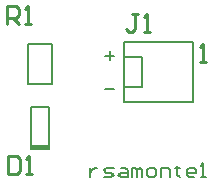
<source format=gto>
G04*
G04 #@! TF.GenerationSoftware,Altium Limited,Altium Designer,21.7.2 (23)*
G04*
G04 Layer_Color=65535*
%FSLAX25Y25*%
%MOIN*%
G70*
G04*
G04 #@! TF.SameCoordinates,30376CAB-91CD-47D3-876A-24FA50545A46*
G04*
G04*
G04 #@! TF.FilePolarity,Positive*
G04*
G01*
G75*
%ADD10C,0.00787*%
%ADD11C,0.01000*%
%ADD12R,0.06000X0.01500*%
D10*
X14717Y16811D02*
X20717D01*
Y30811D01*
X14717D02*
X20717D01*
X14717Y16811D02*
Y30811D01*
X68587Y32402D02*
Y52402D01*
X45587Y32402D02*
X68587D01*
X45587D02*
Y52402D01*
X68587D01*
X45587Y47402D02*
X51587D01*
Y37402D02*
Y47402D01*
X45587Y37402D02*
X51587D01*
X21618Y38579D02*
Y51772D01*
X13716D02*
X21618D01*
X13716Y38579D02*
X21618D01*
X13716D02*
Y51772D01*
X34287Y10436D02*
Y7287D01*
Y8862D01*
X35074Y9649D01*
X35862Y10436D01*
X36649D01*
X39010Y7287D02*
X41372D01*
X42159Y8075D01*
X41372Y8862D01*
X39797D01*
X39010Y9649D01*
X39797Y10436D01*
X42159D01*
X44520D02*
X46095D01*
X46882Y9649D01*
Y7287D01*
X44520D01*
X43733Y8075D01*
X44520Y8862D01*
X46882D01*
X48456Y7287D02*
Y10436D01*
X49243D01*
X50030Y9649D01*
Y7287D01*
Y9649D01*
X50818Y10436D01*
X51605Y9649D01*
Y7287D01*
X53966D02*
X55540D01*
X56327Y8075D01*
Y9649D01*
X55540Y10436D01*
X53966D01*
X53179Y9649D01*
Y8075D01*
X53966Y7287D01*
X57902D02*
Y10436D01*
X60263D01*
X61050Y9649D01*
Y7287D01*
X63412Y11223D02*
Y10436D01*
X62625D01*
X64199D01*
X63412D01*
Y8075D01*
X64199Y7287D01*
X68922D02*
X67348D01*
X66560Y8075D01*
Y9649D01*
X67348Y10436D01*
X68922D01*
X69709Y9649D01*
Y8862D01*
X66560D01*
X71283Y7287D02*
X72858D01*
X72070D01*
Y12010D01*
X71283Y11223D01*
X39287Y36787D02*
X42436D01*
X39287Y47862D02*
X42436D01*
X40862Y49436D02*
Y46287D01*
D11*
X71087Y45902D02*
X73086D01*
X72086D01*
Y51900D01*
X71087Y50900D01*
X6501Y58501D02*
Y64499D01*
X9500D01*
X10500Y63499D01*
Y61500D01*
X9500Y60500D01*
X6501D01*
X8501D02*
X10500Y58501D01*
X12499D02*
X14499D01*
X13499D01*
Y64499D01*
X12499Y63499D01*
X50168Y61897D02*
X48169D01*
X49168D01*
Y56899D01*
X48169Y55899D01*
X47169D01*
X46169Y56899D01*
X52167Y55899D02*
X54167D01*
X53167D01*
Y61897D01*
X52167Y60898D01*
X7001Y14499D02*
Y8501D01*
X10000D01*
X11000Y9501D01*
Y13499D01*
X10000Y14499D01*
X7001D01*
X12999Y8501D02*
X14999D01*
X13999D01*
Y14499D01*
X12999Y13499D01*
D12*
X17717Y17561D02*
D03*
M02*

</source>
